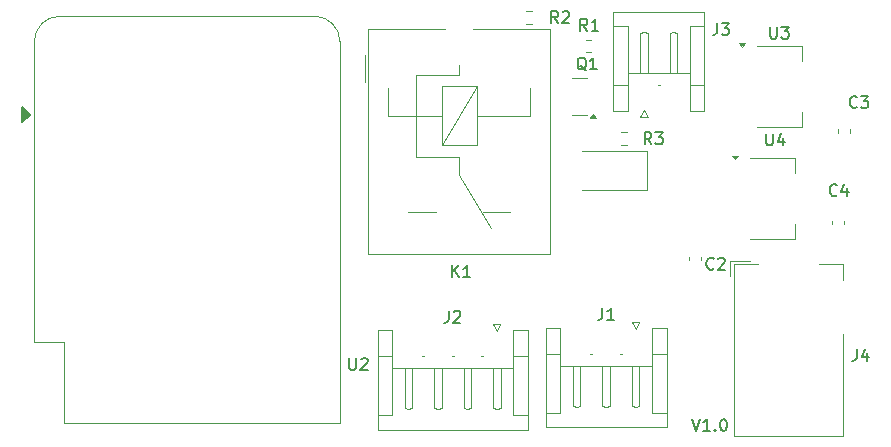
<source format=gbr>
%TF.GenerationSoftware,KiCad,Pcbnew,8.0.0-8.0.0-1~ubuntu22.04.1*%
%TF.CreationDate,2024-03-19T22:17:24+08:00*%
%TF.ProjectId,Water_Flowering_hardware,57617465-725f-4466-9c6f-776572696e67,rev?*%
%TF.SameCoordinates,Original*%
%TF.FileFunction,Legend,Top*%
%TF.FilePolarity,Positive*%
%FSLAX46Y46*%
G04 Gerber Fmt 4.6, Leading zero omitted, Abs format (unit mm)*
G04 Created by KiCad (PCBNEW 8.0.0-8.0.0-1~ubuntu22.04.1) date 2024-03-19 22:17:24*
%MOMM*%
%LPD*%
G01*
G04 APERTURE LIST*
%ADD10C,0.150000*%
%ADD11C,0.120000*%
G04 APERTURE END LIST*
D10*
X191513922Y-132859819D02*
X191847255Y-133859819D01*
X191847255Y-133859819D02*
X192180588Y-132859819D01*
X193037731Y-133859819D02*
X192466303Y-133859819D01*
X192752017Y-133859819D02*
X192752017Y-132859819D01*
X192752017Y-132859819D02*
X192656779Y-133002676D01*
X192656779Y-133002676D02*
X192561541Y-133097914D01*
X192561541Y-133097914D02*
X192466303Y-133145533D01*
X193466303Y-133764580D02*
X193513922Y-133812200D01*
X193513922Y-133812200D02*
X193466303Y-133859819D01*
X193466303Y-133859819D02*
X193418684Y-133812200D01*
X193418684Y-133812200D02*
X193466303Y-133764580D01*
X193466303Y-133764580D02*
X193466303Y-133859819D01*
X194132969Y-132859819D02*
X194228207Y-132859819D01*
X194228207Y-132859819D02*
X194323445Y-132907438D01*
X194323445Y-132907438D02*
X194371064Y-132955057D01*
X194371064Y-132955057D02*
X194418683Y-133050295D01*
X194418683Y-133050295D02*
X194466302Y-133240771D01*
X194466302Y-133240771D02*
X194466302Y-133478866D01*
X194466302Y-133478866D02*
X194418683Y-133669342D01*
X194418683Y-133669342D02*
X194371064Y-133764580D01*
X194371064Y-133764580D02*
X194323445Y-133812200D01*
X194323445Y-133812200D02*
X194228207Y-133859819D01*
X194228207Y-133859819D02*
X194132969Y-133859819D01*
X194132969Y-133859819D02*
X194037731Y-133812200D01*
X194037731Y-133812200D02*
X193990112Y-133764580D01*
X193990112Y-133764580D02*
X193942493Y-133669342D01*
X193942493Y-133669342D02*
X193894874Y-133478866D01*
X193894874Y-133478866D02*
X193894874Y-133240771D01*
X193894874Y-133240771D02*
X193942493Y-133050295D01*
X193942493Y-133050295D02*
X193990112Y-132955057D01*
X193990112Y-132955057D02*
X194037731Y-132907438D01*
X194037731Y-132907438D02*
X194132969Y-132859819D01*
X205456666Y-126944819D02*
X205456666Y-127659104D01*
X205456666Y-127659104D02*
X205409047Y-127801961D01*
X205409047Y-127801961D02*
X205313809Y-127897200D01*
X205313809Y-127897200D02*
X205170952Y-127944819D01*
X205170952Y-127944819D02*
X205075714Y-127944819D01*
X206361428Y-127278152D02*
X206361428Y-127944819D01*
X206123333Y-126897200D02*
X205885238Y-127611485D01*
X205885238Y-127611485D02*
X206504285Y-127611485D01*
X197778095Y-108704819D02*
X197778095Y-109514342D01*
X197778095Y-109514342D02*
X197825714Y-109609580D01*
X197825714Y-109609580D02*
X197873333Y-109657200D01*
X197873333Y-109657200D02*
X197968571Y-109704819D01*
X197968571Y-109704819D02*
X198159047Y-109704819D01*
X198159047Y-109704819D02*
X198254285Y-109657200D01*
X198254285Y-109657200D02*
X198301904Y-109609580D01*
X198301904Y-109609580D02*
X198349523Y-109514342D01*
X198349523Y-109514342D02*
X198349523Y-108704819D01*
X199254285Y-109038152D02*
X199254285Y-109704819D01*
X199016190Y-108657200D02*
X198778095Y-109371485D01*
X198778095Y-109371485D02*
X199397142Y-109371485D01*
X182643333Y-99984819D02*
X182310000Y-99508628D01*
X182071905Y-99984819D02*
X182071905Y-98984819D01*
X182071905Y-98984819D02*
X182452857Y-98984819D01*
X182452857Y-98984819D02*
X182548095Y-99032438D01*
X182548095Y-99032438D02*
X182595714Y-99080057D01*
X182595714Y-99080057D02*
X182643333Y-99175295D01*
X182643333Y-99175295D02*
X182643333Y-99318152D01*
X182643333Y-99318152D02*
X182595714Y-99413390D01*
X182595714Y-99413390D02*
X182548095Y-99461009D01*
X182548095Y-99461009D02*
X182452857Y-99508628D01*
X182452857Y-99508628D02*
X182071905Y-99508628D01*
X183595714Y-99984819D02*
X183024286Y-99984819D01*
X183310000Y-99984819D02*
X183310000Y-98984819D01*
X183310000Y-98984819D02*
X183214762Y-99127676D01*
X183214762Y-99127676D02*
X183119524Y-99222914D01*
X183119524Y-99222914D02*
X183024286Y-99270533D01*
X183916666Y-123454819D02*
X183916666Y-124169104D01*
X183916666Y-124169104D02*
X183869047Y-124311961D01*
X183869047Y-124311961D02*
X183773809Y-124407200D01*
X183773809Y-124407200D02*
X183630952Y-124454819D01*
X183630952Y-124454819D02*
X183535714Y-124454819D01*
X184916666Y-124454819D02*
X184345238Y-124454819D01*
X184630952Y-124454819D02*
X184630952Y-123454819D01*
X184630952Y-123454819D02*
X184535714Y-123597676D01*
X184535714Y-123597676D02*
X184440476Y-123692914D01*
X184440476Y-123692914D02*
X184345238Y-123740533D01*
X180183333Y-99334819D02*
X179850000Y-98858628D01*
X179611905Y-99334819D02*
X179611905Y-98334819D01*
X179611905Y-98334819D02*
X179992857Y-98334819D01*
X179992857Y-98334819D02*
X180088095Y-98382438D01*
X180088095Y-98382438D02*
X180135714Y-98430057D01*
X180135714Y-98430057D02*
X180183333Y-98525295D01*
X180183333Y-98525295D02*
X180183333Y-98668152D01*
X180183333Y-98668152D02*
X180135714Y-98763390D01*
X180135714Y-98763390D02*
X180088095Y-98811009D01*
X180088095Y-98811009D02*
X179992857Y-98858628D01*
X179992857Y-98858628D02*
X179611905Y-98858628D01*
X180564286Y-98430057D02*
X180611905Y-98382438D01*
X180611905Y-98382438D02*
X180707143Y-98334819D01*
X180707143Y-98334819D02*
X180945238Y-98334819D01*
X180945238Y-98334819D02*
X181040476Y-98382438D01*
X181040476Y-98382438D02*
X181088095Y-98430057D01*
X181088095Y-98430057D02*
X181135714Y-98525295D01*
X181135714Y-98525295D02*
X181135714Y-98620533D01*
X181135714Y-98620533D02*
X181088095Y-98763390D01*
X181088095Y-98763390D02*
X180516667Y-99334819D01*
X180516667Y-99334819D02*
X181135714Y-99334819D01*
X162488095Y-127704819D02*
X162488095Y-128514342D01*
X162488095Y-128514342D02*
X162535714Y-128609580D01*
X162535714Y-128609580D02*
X162583333Y-128657200D01*
X162583333Y-128657200D02*
X162678571Y-128704819D01*
X162678571Y-128704819D02*
X162869047Y-128704819D01*
X162869047Y-128704819D02*
X162964285Y-128657200D01*
X162964285Y-128657200D02*
X163011904Y-128609580D01*
X163011904Y-128609580D02*
X163059523Y-128514342D01*
X163059523Y-128514342D02*
X163059523Y-127704819D01*
X163488095Y-127800057D02*
X163535714Y-127752438D01*
X163535714Y-127752438D02*
X163630952Y-127704819D01*
X163630952Y-127704819D02*
X163869047Y-127704819D01*
X163869047Y-127704819D02*
X163964285Y-127752438D01*
X163964285Y-127752438D02*
X164011904Y-127800057D01*
X164011904Y-127800057D02*
X164059523Y-127895295D01*
X164059523Y-127895295D02*
X164059523Y-127990533D01*
X164059523Y-127990533D02*
X164011904Y-128133390D01*
X164011904Y-128133390D02*
X163440476Y-128704819D01*
X163440476Y-128704819D02*
X164059523Y-128704819D01*
X193363333Y-120109580D02*
X193315714Y-120157200D01*
X193315714Y-120157200D02*
X193172857Y-120204819D01*
X193172857Y-120204819D02*
X193077619Y-120204819D01*
X193077619Y-120204819D02*
X192934762Y-120157200D01*
X192934762Y-120157200D02*
X192839524Y-120061961D01*
X192839524Y-120061961D02*
X192791905Y-119966723D01*
X192791905Y-119966723D02*
X192744286Y-119776247D01*
X192744286Y-119776247D02*
X192744286Y-119633390D01*
X192744286Y-119633390D02*
X192791905Y-119442914D01*
X192791905Y-119442914D02*
X192839524Y-119347676D01*
X192839524Y-119347676D02*
X192934762Y-119252438D01*
X192934762Y-119252438D02*
X193077619Y-119204819D01*
X193077619Y-119204819D02*
X193172857Y-119204819D01*
X193172857Y-119204819D02*
X193315714Y-119252438D01*
X193315714Y-119252438D02*
X193363333Y-119300057D01*
X193744286Y-119300057D02*
X193791905Y-119252438D01*
X193791905Y-119252438D02*
X193887143Y-119204819D01*
X193887143Y-119204819D02*
X194125238Y-119204819D01*
X194125238Y-119204819D02*
X194220476Y-119252438D01*
X194220476Y-119252438D02*
X194268095Y-119300057D01*
X194268095Y-119300057D02*
X194315714Y-119395295D01*
X194315714Y-119395295D02*
X194315714Y-119490533D01*
X194315714Y-119490533D02*
X194268095Y-119633390D01*
X194268095Y-119633390D02*
X193696667Y-120204819D01*
X193696667Y-120204819D02*
X194315714Y-120204819D01*
X170916666Y-123704819D02*
X170916666Y-124419104D01*
X170916666Y-124419104D02*
X170869047Y-124561961D01*
X170869047Y-124561961D02*
X170773809Y-124657200D01*
X170773809Y-124657200D02*
X170630952Y-124704819D01*
X170630952Y-124704819D02*
X170535714Y-124704819D01*
X171345238Y-123800057D02*
X171392857Y-123752438D01*
X171392857Y-123752438D02*
X171488095Y-123704819D01*
X171488095Y-123704819D02*
X171726190Y-123704819D01*
X171726190Y-123704819D02*
X171821428Y-123752438D01*
X171821428Y-123752438D02*
X171869047Y-123800057D01*
X171869047Y-123800057D02*
X171916666Y-123895295D01*
X171916666Y-123895295D02*
X171916666Y-123990533D01*
X171916666Y-123990533D02*
X171869047Y-124133390D01*
X171869047Y-124133390D02*
X171297619Y-124704819D01*
X171297619Y-124704819D02*
X171916666Y-124704819D01*
X203783333Y-113899580D02*
X203735714Y-113947200D01*
X203735714Y-113947200D02*
X203592857Y-113994819D01*
X203592857Y-113994819D02*
X203497619Y-113994819D01*
X203497619Y-113994819D02*
X203354762Y-113947200D01*
X203354762Y-113947200D02*
X203259524Y-113851961D01*
X203259524Y-113851961D02*
X203211905Y-113756723D01*
X203211905Y-113756723D02*
X203164286Y-113566247D01*
X203164286Y-113566247D02*
X203164286Y-113423390D01*
X203164286Y-113423390D02*
X203211905Y-113232914D01*
X203211905Y-113232914D02*
X203259524Y-113137676D01*
X203259524Y-113137676D02*
X203354762Y-113042438D01*
X203354762Y-113042438D02*
X203497619Y-112994819D01*
X203497619Y-112994819D02*
X203592857Y-112994819D01*
X203592857Y-112994819D02*
X203735714Y-113042438D01*
X203735714Y-113042438D02*
X203783333Y-113090057D01*
X204640476Y-113328152D02*
X204640476Y-113994819D01*
X204402381Y-112947200D02*
X204164286Y-113661485D01*
X204164286Y-113661485D02*
X204783333Y-113661485D01*
X198138095Y-99654819D02*
X198138095Y-100464342D01*
X198138095Y-100464342D02*
X198185714Y-100559580D01*
X198185714Y-100559580D02*
X198233333Y-100607200D01*
X198233333Y-100607200D02*
X198328571Y-100654819D01*
X198328571Y-100654819D02*
X198519047Y-100654819D01*
X198519047Y-100654819D02*
X198614285Y-100607200D01*
X198614285Y-100607200D02*
X198661904Y-100559580D01*
X198661904Y-100559580D02*
X198709523Y-100464342D01*
X198709523Y-100464342D02*
X198709523Y-99654819D01*
X199090476Y-99654819D02*
X199709523Y-99654819D01*
X199709523Y-99654819D02*
X199376190Y-100035771D01*
X199376190Y-100035771D02*
X199519047Y-100035771D01*
X199519047Y-100035771D02*
X199614285Y-100083390D01*
X199614285Y-100083390D02*
X199661904Y-100131009D01*
X199661904Y-100131009D02*
X199709523Y-100226247D01*
X199709523Y-100226247D02*
X199709523Y-100464342D01*
X199709523Y-100464342D02*
X199661904Y-100559580D01*
X199661904Y-100559580D02*
X199614285Y-100607200D01*
X199614285Y-100607200D02*
X199519047Y-100654819D01*
X199519047Y-100654819D02*
X199233333Y-100654819D01*
X199233333Y-100654819D02*
X199138095Y-100607200D01*
X199138095Y-100607200D02*
X199090476Y-100559580D01*
X188083333Y-109589819D02*
X187750000Y-109113628D01*
X187511905Y-109589819D02*
X187511905Y-108589819D01*
X187511905Y-108589819D02*
X187892857Y-108589819D01*
X187892857Y-108589819D02*
X187988095Y-108637438D01*
X187988095Y-108637438D02*
X188035714Y-108685057D01*
X188035714Y-108685057D02*
X188083333Y-108780295D01*
X188083333Y-108780295D02*
X188083333Y-108923152D01*
X188083333Y-108923152D02*
X188035714Y-109018390D01*
X188035714Y-109018390D02*
X187988095Y-109066009D01*
X187988095Y-109066009D02*
X187892857Y-109113628D01*
X187892857Y-109113628D02*
X187511905Y-109113628D01*
X188416667Y-108589819D02*
X189035714Y-108589819D01*
X189035714Y-108589819D02*
X188702381Y-108970771D01*
X188702381Y-108970771D02*
X188845238Y-108970771D01*
X188845238Y-108970771D02*
X188940476Y-109018390D01*
X188940476Y-109018390D02*
X188988095Y-109066009D01*
X188988095Y-109066009D02*
X189035714Y-109161247D01*
X189035714Y-109161247D02*
X189035714Y-109399342D01*
X189035714Y-109399342D02*
X188988095Y-109494580D01*
X188988095Y-109494580D02*
X188940476Y-109542200D01*
X188940476Y-109542200D02*
X188845238Y-109589819D01*
X188845238Y-109589819D02*
X188559524Y-109589819D01*
X188559524Y-109589819D02*
X188464286Y-109542200D01*
X188464286Y-109542200D02*
X188416667Y-109494580D01*
X193646666Y-99334819D02*
X193646666Y-100049104D01*
X193646666Y-100049104D02*
X193599047Y-100191961D01*
X193599047Y-100191961D02*
X193503809Y-100287200D01*
X193503809Y-100287200D02*
X193360952Y-100334819D01*
X193360952Y-100334819D02*
X193265714Y-100334819D01*
X194027619Y-99334819D02*
X194646666Y-99334819D01*
X194646666Y-99334819D02*
X194313333Y-99715771D01*
X194313333Y-99715771D02*
X194456190Y-99715771D01*
X194456190Y-99715771D02*
X194551428Y-99763390D01*
X194551428Y-99763390D02*
X194599047Y-99811009D01*
X194599047Y-99811009D02*
X194646666Y-99906247D01*
X194646666Y-99906247D02*
X194646666Y-100144342D01*
X194646666Y-100144342D02*
X194599047Y-100239580D01*
X194599047Y-100239580D02*
X194551428Y-100287200D01*
X194551428Y-100287200D02*
X194456190Y-100334819D01*
X194456190Y-100334819D02*
X194170476Y-100334819D01*
X194170476Y-100334819D02*
X194075238Y-100287200D01*
X194075238Y-100287200D02*
X194027619Y-100239580D01*
X171211905Y-120844819D02*
X171211905Y-119844819D01*
X171783333Y-120844819D02*
X171354762Y-120273390D01*
X171783333Y-119844819D02*
X171211905Y-120416247D01*
X172735714Y-120844819D02*
X172164286Y-120844819D01*
X172450000Y-120844819D02*
X172450000Y-119844819D01*
X172450000Y-119844819D02*
X172354762Y-119987676D01*
X172354762Y-119987676D02*
X172259524Y-120082914D01*
X172259524Y-120082914D02*
X172164286Y-120130533D01*
X205473333Y-106429580D02*
X205425714Y-106477200D01*
X205425714Y-106477200D02*
X205282857Y-106524819D01*
X205282857Y-106524819D02*
X205187619Y-106524819D01*
X205187619Y-106524819D02*
X205044762Y-106477200D01*
X205044762Y-106477200D02*
X204949524Y-106381961D01*
X204949524Y-106381961D02*
X204901905Y-106286723D01*
X204901905Y-106286723D02*
X204854286Y-106096247D01*
X204854286Y-106096247D02*
X204854286Y-105953390D01*
X204854286Y-105953390D02*
X204901905Y-105762914D01*
X204901905Y-105762914D02*
X204949524Y-105667676D01*
X204949524Y-105667676D02*
X205044762Y-105572438D01*
X205044762Y-105572438D02*
X205187619Y-105524819D01*
X205187619Y-105524819D02*
X205282857Y-105524819D01*
X205282857Y-105524819D02*
X205425714Y-105572438D01*
X205425714Y-105572438D02*
X205473333Y-105620057D01*
X205806667Y-105524819D02*
X206425714Y-105524819D01*
X206425714Y-105524819D02*
X206092381Y-105905771D01*
X206092381Y-105905771D02*
X206235238Y-105905771D01*
X206235238Y-105905771D02*
X206330476Y-105953390D01*
X206330476Y-105953390D02*
X206378095Y-106001009D01*
X206378095Y-106001009D02*
X206425714Y-106096247D01*
X206425714Y-106096247D02*
X206425714Y-106334342D01*
X206425714Y-106334342D02*
X206378095Y-106429580D01*
X206378095Y-106429580D02*
X206330476Y-106477200D01*
X206330476Y-106477200D02*
X206235238Y-106524819D01*
X206235238Y-106524819D02*
X205949524Y-106524819D01*
X205949524Y-106524819D02*
X205854286Y-106477200D01*
X205854286Y-106477200D02*
X205806667Y-106429580D01*
X182554761Y-103350057D02*
X182459523Y-103302438D01*
X182459523Y-103302438D02*
X182364285Y-103207200D01*
X182364285Y-103207200D02*
X182221428Y-103064342D01*
X182221428Y-103064342D02*
X182126190Y-103016723D01*
X182126190Y-103016723D02*
X182030952Y-103016723D01*
X182078571Y-103254819D02*
X181983333Y-103207200D01*
X181983333Y-103207200D02*
X181888095Y-103111961D01*
X181888095Y-103111961D02*
X181840476Y-102921485D01*
X181840476Y-102921485D02*
X181840476Y-102588152D01*
X181840476Y-102588152D02*
X181888095Y-102397676D01*
X181888095Y-102397676D02*
X181983333Y-102302438D01*
X181983333Y-102302438D02*
X182078571Y-102254819D01*
X182078571Y-102254819D02*
X182269047Y-102254819D01*
X182269047Y-102254819D02*
X182364285Y-102302438D01*
X182364285Y-102302438D02*
X182459523Y-102397676D01*
X182459523Y-102397676D02*
X182507142Y-102588152D01*
X182507142Y-102588152D02*
X182507142Y-102921485D01*
X182507142Y-102921485D02*
X182459523Y-103111961D01*
X182459523Y-103111961D02*
X182364285Y-103207200D01*
X182364285Y-103207200D02*
X182269047Y-103254819D01*
X182269047Y-103254819D02*
X182078571Y-103254819D01*
X183459523Y-103254819D02*
X182888095Y-103254819D01*
X183173809Y-103254819D02*
X183173809Y-102254819D01*
X183173809Y-102254819D02*
X183078571Y-102397676D01*
X183078571Y-102397676D02*
X182983333Y-102492914D01*
X182983333Y-102492914D02*
X182888095Y-102540533D01*
D11*
%TO.C,J4*%
X194770000Y-119470000D02*
X194770000Y-120770000D01*
X195070000Y-119770000D02*
X197070000Y-119770000D01*
X195070000Y-134270000D02*
X195070000Y-119770000D01*
X196470000Y-119470000D02*
X194770000Y-119470000D01*
X202270000Y-119770000D02*
X204270000Y-119770000D01*
X204270000Y-119770000D02*
X204270000Y-121070000D01*
X204270000Y-125670000D02*
X204270000Y-134270000D01*
X204270000Y-134270000D02*
X195070000Y-134270000D01*
%TO.C,U4*%
X196450000Y-110790000D02*
X200210000Y-110790000D01*
X196450000Y-117610000D02*
X200210000Y-117610000D01*
X200210000Y-110790000D02*
X200210000Y-112050000D01*
X200210000Y-117610000D02*
X200210000Y-116350000D01*
X195170000Y-110890000D02*
X194930000Y-110560000D01*
X195410000Y-110560000D01*
X195170000Y-110890000D01*
G36*
X195170000Y-110890000D02*
G01*
X194930000Y-110560000D01*
X195410000Y-110560000D01*
X195170000Y-110890000D01*
G37*
%TO.C,D1*%
X187715000Y-110200000D02*
X182205000Y-110200000D01*
X187715000Y-113500000D02*
X182205000Y-113500000D01*
X187715000Y-113500000D02*
X187715000Y-110200000D01*
%TO.C,R1*%
X182522742Y-100777500D02*
X182997258Y-100777500D01*
X182522742Y-101822500D02*
X182997258Y-101822500D01*
%TO.C,J1*%
X179140000Y-125140000D02*
X180360000Y-125140000D01*
X179140000Y-132340000D02*
X180360000Y-132340000D01*
X179140000Y-133560000D02*
X179140000Y-125140000D01*
X180360000Y-125140000D02*
X180360000Y-127340000D01*
X180360000Y-127340000D02*
X179140000Y-127340000D01*
X180360000Y-132340000D02*
X180360000Y-127340000D01*
X181430000Y-128340000D02*
X181750000Y-128340000D01*
X181430000Y-131760000D02*
X181430000Y-128340000D01*
X181750000Y-128340000D02*
X182070000Y-128340000D01*
X181750000Y-131840000D02*
X181430000Y-131760000D01*
X182070000Y-128340000D02*
X182070000Y-131760000D01*
X182070000Y-131760000D02*
X181750000Y-131840000D01*
X183080000Y-127340000D02*
X182920000Y-127340000D01*
X183930000Y-128340000D02*
X184250000Y-128340000D01*
X183930000Y-131760000D02*
X183930000Y-128340000D01*
X184250000Y-128340000D02*
X184570000Y-128340000D01*
X184250000Y-131840000D02*
X183930000Y-131760000D01*
X184570000Y-128340000D02*
X184570000Y-131760000D01*
X184570000Y-131760000D02*
X184250000Y-131840000D01*
X185580000Y-127340000D02*
X185420000Y-127340000D01*
X186430000Y-128340000D02*
X186750000Y-128340000D01*
X186430000Y-131760000D02*
X186430000Y-128340000D01*
X186450000Y-124650000D02*
X186750000Y-125250000D01*
X186750000Y-125250000D02*
X187050000Y-124650000D01*
X186750000Y-128340000D02*
X187070000Y-128340000D01*
X186750000Y-131840000D02*
X186430000Y-131760000D01*
X187050000Y-124650000D02*
X186450000Y-124650000D01*
X187070000Y-128340000D02*
X187070000Y-131760000D01*
X187070000Y-131760000D02*
X186750000Y-131840000D01*
X188140000Y-125140000D02*
X189360000Y-125140000D01*
X188140000Y-127340000D02*
X188140000Y-125140000D01*
X188140000Y-127340000D02*
X189360000Y-127340000D01*
X188140000Y-128340000D02*
X180360000Y-128340000D01*
X188140000Y-132340000D02*
X188140000Y-127340000D01*
X189360000Y-125140000D02*
X189360000Y-133560000D01*
X189360000Y-132340000D02*
X188140000Y-132340000D01*
X189360000Y-133560000D02*
X179140000Y-133560000D01*
%TO.C,R2*%
X177487742Y-98357500D02*
X177962258Y-98357500D01*
X177487742Y-99402500D02*
X177962258Y-99402500D01*
%TO.C,U2*%
X135840000Y-126320000D02*
X135840000Y-100890000D01*
X135840000Y-126320000D02*
X138380000Y-126320000D01*
X138380000Y-126320000D02*
X138380000Y-133220000D01*
X138380000Y-133220000D02*
X161700000Y-133220000D01*
X159580000Y-98760000D02*
X137970000Y-98760000D01*
X161700000Y-133220000D02*
X161700000Y-100890000D01*
X135840000Y-100890000D02*
G75*
G02*
X137970000Y-98760000I2130002J-2D01*
G01*
X159570000Y-98760000D02*
G75*
G02*
X161700000Y-100890000I0J-2130000D01*
G01*
D10*
X135435000Y-107100000D02*
X134800000Y-107735000D01*
X134800000Y-106465000D01*
X135435000Y-107100000D01*
G36*
X135435000Y-107100000D02*
G01*
X134800000Y-107735000D01*
X134800000Y-106465000D01*
X135435000Y-107100000D01*
G37*
D11*
%TO.C,C2*%
X191290000Y-119390580D02*
X191290000Y-119109420D01*
X192310000Y-119390580D02*
X192310000Y-119109420D01*
%TO.C,J2*%
X164890000Y-125340000D02*
X166110000Y-125340000D01*
X164890000Y-132540000D02*
X166110000Y-132540000D01*
X164890000Y-133760000D02*
X164890000Y-125340000D01*
X166110000Y-125340000D02*
X166110000Y-127540000D01*
X166110000Y-127540000D02*
X164890000Y-127540000D01*
X166110000Y-132540000D02*
X166110000Y-127540000D01*
X167180000Y-128540000D02*
X167500000Y-128540000D01*
X167180000Y-131960000D02*
X167180000Y-128540000D01*
X167500000Y-128540000D02*
X167820000Y-128540000D01*
X167500000Y-132040000D02*
X167180000Y-131960000D01*
X167820000Y-128540000D02*
X167820000Y-131960000D01*
X167820000Y-131960000D02*
X167500000Y-132040000D01*
X168830000Y-127540000D02*
X168670000Y-127540000D01*
X169680000Y-128540000D02*
X170000000Y-128540000D01*
X169680000Y-131960000D02*
X169680000Y-128540000D01*
X170000000Y-128540000D02*
X170320000Y-128540000D01*
X170000000Y-132040000D02*
X169680000Y-131960000D01*
X170320000Y-128540000D02*
X170320000Y-131960000D01*
X170320000Y-131960000D02*
X170000000Y-132040000D01*
X171330000Y-127540000D02*
X171170000Y-127540000D01*
X172180000Y-128540000D02*
X172500000Y-128540000D01*
X172180000Y-131960000D02*
X172180000Y-128540000D01*
X172500000Y-128540000D02*
X172820000Y-128540000D01*
X172500000Y-132040000D02*
X172180000Y-131960000D01*
X172820000Y-128540000D02*
X172820000Y-131960000D01*
X172820000Y-131960000D02*
X172500000Y-132040000D01*
X173830000Y-127540000D02*
X173670000Y-127540000D01*
X174680000Y-128540000D02*
X175000000Y-128540000D01*
X174680000Y-131960000D02*
X174680000Y-128540000D01*
X174700000Y-124850000D02*
X175000000Y-125450000D01*
X175000000Y-125450000D02*
X175300000Y-124850000D01*
X175000000Y-128540000D02*
X175320000Y-128540000D01*
X175000000Y-132040000D02*
X174680000Y-131960000D01*
X175300000Y-124850000D02*
X174700000Y-124850000D01*
X175320000Y-128540000D02*
X175320000Y-131960000D01*
X175320000Y-131960000D02*
X175000000Y-132040000D01*
X176390000Y-125340000D02*
X177610000Y-125340000D01*
X176390000Y-127540000D02*
X176390000Y-125340000D01*
X176390000Y-127540000D02*
X177610000Y-127540000D01*
X176390000Y-128540000D02*
X166110000Y-128540000D01*
X176390000Y-132540000D02*
X176390000Y-127540000D01*
X177610000Y-125340000D02*
X177610000Y-133760000D01*
X177610000Y-132540000D02*
X176390000Y-132540000D01*
X177610000Y-133760000D02*
X164890000Y-133760000D01*
%TO.C,C4*%
X203390000Y-116340580D02*
X203390000Y-116059420D01*
X204410000Y-116340580D02*
X204410000Y-116059420D01*
%TO.C,U3*%
X197050000Y-101290000D02*
X200810000Y-101290000D01*
X197050000Y-108110000D02*
X200810000Y-108110000D01*
X200810000Y-101290000D02*
X200810000Y-102550000D01*
X200810000Y-108110000D02*
X200810000Y-106850000D01*
X195770000Y-101390000D02*
X195530000Y-101060000D01*
X196010000Y-101060000D01*
X195770000Y-101390000D01*
G36*
X195770000Y-101390000D02*
G01*
X195530000Y-101060000D01*
X196010000Y-101060000D01*
X195770000Y-101390000D01*
G37*
%TO.C,R3*%
X185512742Y-109622500D02*
X185987258Y-109622500D01*
X185512742Y-108577500D02*
X185987258Y-108577500D01*
%TO.C,J3*%
X184840000Y-98382500D02*
X192560000Y-98382500D01*
X184840000Y-99602500D02*
X186060000Y-99602500D01*
X184840000Y-106802500D02*
X184840000Y-98382500D01*
X186060000Y-99602500D02*
X186060000Y-104602500D01*
X186060000Y-103602500D02*
X191340000Y-103602500D01*
X186060000Y-104602500D02*
X184840000Y-104602500D01*
X186060000Y-104602500D02*
X186060000Y-106802500D01*
X186060000Y-106802500D02*
X184840000Y-106802500D01*
X187130000Y-100182500D02*
X187450000Y-100102500D01*
X187130000Y-103602500D02*
X187130000Y-100182500D01*
X187150000Y-107292500D02*
X187750000Y-107292500D01*
X187450000Y-100102500D02*
X187770000Y-100182500D01*
X187450000Y-103602500D02*
X187130000Y-103602500D01*
X187450000Y-106692500D02*
X187150000Y-107292500D01*
X187750000Y-107292500D02*
X187450000Y-106692500D01*
X187770000Y-100182500D02*
X187770000Y-103602500D01*
X187770000Y-103602500D02*
X187450000Y-103602500D01*
X188620000Y-104602500D02*
X188780000Y-104602500D01*
X189630000Y-100182500D02*
X189950000Y-100102500D01*
X189630000Y-103602500D02*
X189630000Y-100182500D01*
X189950000Y-100102500D02*
X190270000Y-100182500D01*
X189950000Y-103602500D02*
X189630000Y-103602500D01*
X190270000Y-100182500D02*
X190270000Y-103602500D01*
X190270000Y-103602500D02*
X189950000Y-103602500D01*
X191340000Y-99602500D02*
X191340000Y-104602500D01*
X191340000Y-104602500D02*
X192560000Y-104602500D01*
X191340000Y-106802500D02*
X191340000Y-104602500D01*
X192560000Y-98382500D02*
X192560000Y-106802500D01*
X192560000Y-99602500D02*
X191340000Y-99602500D01*
X192560000Y-106802500D02*
X191340000Y-106802500D01*
%TO.C,K1*%
X163860000Y-102020000D02*
X163860000Y-104320000D01*
X164100000Y-118870000D02*
X164100000Y-99860000D01*
X165810000Y-104870000D02*
X165810000Y-107170000D01*
X167510000Y-115370000D02*
X169810000Y-115370000D01*
X168110000Y-110670000D02*
X168110000Y-103770000D01*
X170310000Y-104670000D02*
X173310000Y-104670000D01*
X170310000Y-107170000D02*
X165810000Y-107170000D01*
X170310000Y-109670000D02*
X170310000Y-104670000D01*
X170310000Y-109670000D02*
X173310000Y-104670000D01*
X170610000Y-99860000D02*
X164100000Y-99860000D01*
X171810000Y-103770000D02*
X168110000Y-103770000D01*
X171810000Y-103770000D02*
X171810000Y-102870000D01*
X171810000Y-110670000D02*
X168110000Y-110670000D01*
X171810000Y-110670000D02*
X171810000Y-112170000D01*
X171810000Y-112170000D02*
X174510000Y-116670000D01*
X173310000Y-104670000D02*
X173310000Y-109670000D01*
X173310000Y-109670000D02*
X170310000Y-109670000D01*
X176110000Y-115370000D02*
X173810000Y-115370000D01*
X177810000Y-107170000D02*
X173310000Y-107170000D01*
X177810000Y-107170000D02*
X177810000Y-104870000D01*
X179520000Y-99860000D02*
X173010000Y-99860000D01*
X179520000Y-99860000D02*
X179520000Y-118880000D01*
X179520000Y-118880000D02*
X164100000Y-118880000D01*
%TO.C,C3*%
X203890000Y-108615580D02*
X203890000Y-108334420D01*
X204910000Y-108615580D02*
X204910000Y-108334420D01*
%TO.C,Q1*%
X181970000Y-104010000D02*
X181320000Y-104010000D01*
X181970000Y-104010000D02*
X182620000Y-104010000D01*
X181970000Y-107130000D02*
X181320000Y-107130000D01*
X181970000Y-107130000D02*
X182620000Y-107130000D01*
X183372500Y-107410000D02*
X182892500Y-107410000D01*
X183132500Y-107080000D01*
X183372500Y-107410000D01*
G36*
X183372500Y-107410000D02*
G01*
X182892500Y-107410000D01*
X183132500Y-107080000D01*
X183372500Y-107410000D01*
G37*
%TD*%
M02*

</source>
